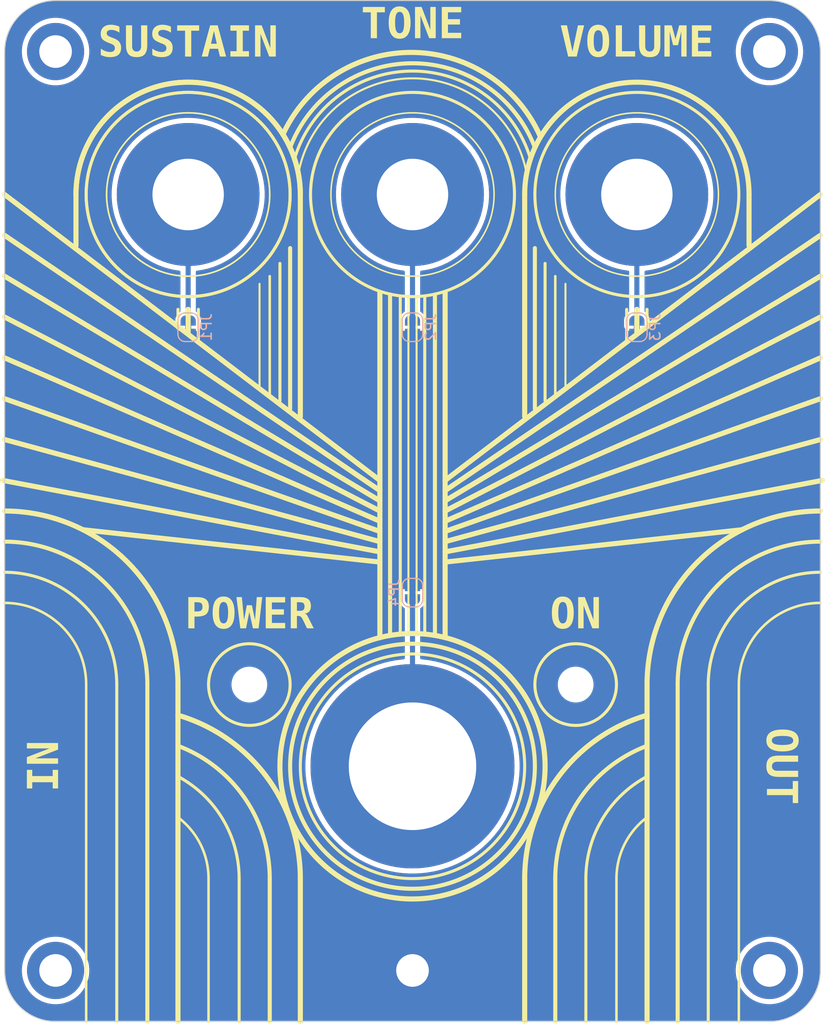
<source format=kicad_pcb>
(kicad_pcb (version 20241229) (generator "pcbnew") (generator_version "9.0")
  (layers (0 "F.Cu" signal) (2 "B.Cu" signal) (13 "F.Paste" user) (15 "B.Paste" user) (5 "F.SilkS" user "F.Silkscreen") (7 "B.SilkS" user "B.Silkscreen") (1 "F.Mask" user) (3 "B.Mask" user) (25 "Edge.Cuts" user))
  (net 0 "")
  (net 1 "Net-(JP1-B)")
  (net 2 "Net-(JP2-B)")
  (net 3 "Net-(JP3-B)")
  (net 4 "Net-(JP4-B)")
  (net 5 "0")
  (footprint "MountingHole:MountingHole_3mm" (layer "F.Cu") (at 106 117)
    (property "Reference" "H9" (hide yes))
    (property "Value" "MountingHole")
    (pad "" np_thru_hole circle (at 0 0) (size 3 3) (drill 3) (layers "*.Cu" "*.Mask"))
  )
  (footprint "MountingHole:MountingHole_3.2mm_M3_DIN965_Pad_TopBottom" (layer "F.Cu") (at 55 145)
    (property "Reference" "H3" (hide yes))
    (property "Value" "MountingHole")
    (pad "1" thru_hole circle (at 0 0) (size 3.6 3.6) (drill 3.2) (layers "*.Cu" "*.Mask"))
    (pad "1" connect circle (at 0 0) (size 5.6 5.6) (layers "F.Cu" "F.Mask"))
    (pad "1" connect circle (at 0 0) (size 5.6 5.6) (layers "B.Cu" "B.Mask"))
  )
  (footprint "pedale:plated_pot_hole" (layer "F.Cu") (at 90 69 90)
    (property "Reference" "H6" (hide yes))
    (property "Value" "MountingHole_Pad")
    (pad "1" thru_hole circle (at 0 0 90) (size 14 14) (drill 7) (layers "*.Cu" "*.Mask") (net 2 "Net-(JP2-B)"))
  )
  (footprint "pedale:plated_pot_hole" (layer "F.Cu") (at 112 69 90)
    (property "Reference" "H7" (hide yes))
    (property "Value" "MountingHole_Pad")
    (pad "1" thru_hole circle (at 0 0 90) (size 14 14) (drill 7) (layers "*.Cu" "*.Mask") (net 3 "Net-(JP3-B)"))
  )
  (footprint "MountingHole:MountingHole_3.2mm_M3_DIN965_Pad_TopBottom" (layer "F.Cu") (at 125 145)
    (property "Reference" "H4" (hide yes))
    (property "Value" "MountingHole")
    (pad "1" thru_hole circle (at 0 0) (size 3.6 3.6) (drill 3.2) (layers "*.Cu" "*.Mask"))
    (pad "1" connect circle (at 0 0) (size 5.6 5.6) (layers "F.Cu" "F.Mask"))
    (pad "1" connect circle (at 0 0) (size 5.6 5.6) (layers "B.Cu" "B.Mask"))
  )
  (footprint "pedale:plated_pot_hole" (layer "F.Cu") (at 68 69 90)
    (property "Reference" "H5" (hide yes))
    (property "Value" "MountingHole_Pad")
    (pad "1" thru_hole circle (at 0 0 90) (size 14 14) (drill 7) (layers "*.Cu" "*.Mask") (net 1 "Net-(JP1-B)"))
  )
  (footprint "pedale:plated_switch_hole" (layer "F.Cu") (at 90 125)
    (property "Reference" "H8" (hide yes))
    (property "Value" "MountingHole_Pad")
    (pad "1" thru_hole circle (at 0 0) (size 20 20) (drill 12.5) (layers "*.Cu" "*.Mask") (net 4 "Net-(JP4-B)"))
  )
  (footprint "MountingHole:MountingHole_3.2mm_M3_DIN965_Pad_TopBottom" (layer "F.Cu") (at 55 55)
    (property "Reference" "H1" (hide yes))
    (property "Value" "MountingHole")
    (pad "1" thru_hole circle (at 0 0) (size 3.6 3.6) (drill 3.2) (layers "*.Cu" "*.Mask"))
    (pad "1" connect circle (at 0 0) (size 5.6 5.6) (layers "F.Cu" "F.Mask"))
    (pad "1" connect circle (at 0 0) (size 5.6 5.6) (layers "B.Cu" "B.Mask"))
  )
  (footprint "MountingHole:MountingHole_3mm" (layer "F.Cu") (at 74 117)
    (property "Reference" "H10" (hide yes))
    (property "Value" "MountingHole")
    (pad "" np_thru_hole circle (at 0 0) (size 3 3) (drill 3) (layers "*.Cu" "*.Mask"))
  )
  (footprint "MountingHole:MountingHole_3.2mm_M3_DIN965_Pad_TopBottom" (layer "F.Cu") (at 125 55)
    (property "Reference" "H2" (hide yes))
    (property "Value" "MountingHole")
    (pad "1" thru_hole circle (at 0 0) (size 3.6 3.6) (drill 3.2) (layers "*.Cu" "*.Mask"))
    (pad "1" connect circle (at 0 0) (size 5.6 5.6) (layers "F.Cu" "F.Mask"))
    (pad "1" connect circle (at 0 0) (size 5.6 5.6) (layers "B.Cu" "B.Mask"))
  )
  (footprint "MountingHole:MountingHole_3.2mm_M3_DIN965_Pad_TopBottom" (layer "F.Cu") (at 90 145)
    (property "Reference" "H11" (hide yes))
    (property "Value" "MountingHole")
    (pad "1" thru_hole circle (at 0 0) (size 3.6 3.6) (drill 3.2) (layers "*.Cu" "*.Mask"))
    (pad "1" connect circle (at 0 0) (size 5.6 5.6) (layers "F.Cu" "F.Mask"))
    (pad "1" connect circle (at 0 0) (size 5.6 5.6) (layers "B.Cu" "B.Mask"))
  )
  (footprint "Jumper:SolderJumper-2_P1.3mm_Bridged_RoundedPad1.0x1.5mm" (layer "B.Cu") (at 68 82 90)
    (property "Reference" "JP1" (at 0 1.8 270) (layer "B.SilkS") (effects (justify mirror)))
    (property "Value" "SolderJumper_2_Bridged")
    (fp_poly (pts (xy 0.25 0.3) (xy -0.25 0.3) (xy -0.25 -0.3) (xy 0.25 -0.3)) (fill yes) (layer "B.Cu"))
    (fp_line (start 0.7 -1) (end -0.7 -1) (stroke (width 0.12)) (layer "B.SilkS"))
    (fp_line (start -1.4 -0.3) (end -1.4 0.3) (stroke (width 0.12)) (layer "B.SilkS"))
    (fp_line (start 1.4 0.3) (end 1.4 -0.3) (stroke (width 0.12)) (layer "B.SilkS"))
    (fp_line (start -0.7 1) (end 0.7 1) (stroke (width 0.12)) (layer "B.SilkS"))
    (fp_arc (start 0.7 -1) (mid 1.194975 -0.794975) (end 1.4 -0.3) (stroke (width 0.12)) (layer "B.SilkS"))
    (fp_arc (start -1.4 -0.3) (mid -1.194975 -0.794975) (end -0.7 -1) (stroke (width 0.12)) (layer "B.SilkS"))
    (fp_arc (start 1.4 0.3) (mid 1.194975 0.794975) (end 0.7 1) (stroke (width 0.12)) (layer "B.SilkS"))
    (fp_arc (start -0.7 1) (mid -1.194975 0.794975) (end -1.4 0.3) (stroke (width 0.12)) (layer "B.SilkS"))
    (pad "1" smd custom (at -0.65 0 90) (size 1 0.5) (layers "B.Cu" "B.Mask") (net 5 "0") (options (clearance outline) (anchor rect)) (primitives (gr_circle (center 0 -0.25) (end 0.5 -0.25) (width 0) (fill yes)) (gr_circle (center 0 0.25) (end 0.5 0.25) (width 0) (fill yes)) (gr_poly (pts (xy 0.5 -0.75) (xy 0 -0.75) (xy 0 0.75) (xy 0.5 0.75)) (width 0) (fill yes))))
    (pad "2" smd custom (at 0.65 0 90) (size 1 0.5) (layers "B.Cu" "B.Mask") (net 1 "Net-(JP1-B)") (options (clearance outline) (anchor rect)) (primitives (gr_circle (center 0 -0.25) (end 0.5 -0.25) (width 0) (fill yes)) (gr_circle (center 0 0.25) (end 0.5 0.25) (width 0) (fill yes)) (gr_poly (pts (xy 0 -0.75) (xy -0.5 -0.75) (xy -0.5 0.75) (xy 0 0.75)) (width 0) (fill yes))))
  )
  (footprint "Jumper:SolderJumper-2_P1.3mm_Bridged_RoundedPad1.0x1.5mm" (layer "B.Cu") (at 90 108 -90)
    (property "Reference" "JP4" (at 0 1.8 90) (layer "B.SilkS") (effects (justify mirror)))
    (property "Value" "SolderJumper_2_Bridged")
    (fp_poly (pts (xy 0.25 0.3) (xy -0.25 0.3) (xy -0.25 -0.3) (xy 0.25 -0.3)) (fill yes) (layer "B.Cu"))
    (fp_line (start -0.7 1) (end 0.7 1) (stroke (width 0.12)) (layer "B.SilkS"))
    (fp_line (start 1.4 0.3) (end 1.4 -0.3) (stroke (width 0.12)) (layer "B.SilkS"))
    (fp_line (start -1.4 -0.3) (end -1.4 0.3) (stroke (width 0.12)) (layer "B.SilkS"))
    (fp_line (start 0.7 -1) (end -0.7 -1) (stroke (width 0.12)) (layer "B.SilkS"))
    (fp_arc (start -0.7 1) (mid -1.194975 0.794975) (end -1.4 0.3) (stroke (width 0.12)) (layer "B.SilkS"))
    (fp_arc (start 1.4 0.3) (mid 1.194975 0.794975) (end 0.7 1) (stroke (width 0.12)) (layer "B.SilkS"))
    (fp_arc (start -1.4 -0.3) (mid -1.194975 -0.794975) (end -0.7 -1) (stroke (width 0.12)) (layer "B.SilkS"))
    (fp_arc (start 0.7 -1) (mid 1.194975 -0.794975) (end 1.4 -0.3) (stroke (width 0.12)) (layer "B.SilkS"))
    (pad "1" smd custom (at -0.65 0 270) (size 1 0.5) (layers "B.Cu" "B.Mask") (net 5 "0") (options (clearance outline) (anchor rect)) (primitives (gr_circle (center 0 -0.25) (end 0.5 -0.25) (width 0) (fill yes)) (gr_circle (center 0 0.25) (end 0.5 0.25) (width 0) (fill yes)) (gr_poly (pts (xy 0.5 -0.75) (xy 0 -0.75) (xy 0 0.75) (xy 0.5 0.75)) (width 0) (fill yes))))
    (pad "2" smd custom (at 0.65 0 270) (size 1 0.5) (layers "B.Cu" "B.Mask") (net 4 "Net-(JP4-B)") (options (clearance outline) (anchor rect)) (primitives (gr_circle (center 0 -0.25) (end 0.5 -0.25) (width 0) (fill yes)) (gr_circle (center 0 0.25) (end 0.5 0.25) (width 0) (fill yes)) (gr_poly (pts (xy 0 -0.75) (xy -0.5 -0.75) (xy -0.5 0.75) (xy 0 0.75)) (width 0) (fill yes))))
  )
  (footprint "Jumper:SolderJumper-2_P1.3mm_Bridged_RoundedPad1.0x1.5mm" (layer "B.Cu") (at 90 82 90)
    (property "Reference" "JP2" (at 0 1.8 270) (layer "B.SilkS") (effects (justify mirror)))
    (property "Value" "SolderJumper_2_Bridged")
    (fp_poly (pts (xy 0.25 0.3) (xy -0.25 0.3) (xy -0.25 -0.3) (xy 0.25 -0.3)) (fill yes) (layer "B.Cu"))
    (fp_line (start 0.7 -1) (end -0.7 -1) (stroke (width 0.12)) (layer "B.SilkS"))
    (fp_line (start -1.4 -0.3) (end -1.4 0.3) (stroke (width 0.12)) (layer "B.SilkS"))
    (fp_line (start 1.4 0.3) (end 1.4 -0.3) (stroke (width 0.12)) (layer "B.SilkS"))
    (fp_line (start -0.7 1) (end 0.7 1) (stroke (width 0.12)) (layer "B.SilkS"))
    (fp_arc (start 0.7 -1) (mid 1.194975 -0.794975) (end 1.4 -0.3) (stroke (width 0.12)) (layer "B.SilkS"))
    (fp_arc (start -1.4 -0.3) (mid -1.194975 -0.794975) (end -0.7 -1) (stroke (width 0.12)) (layer "B.SilkS"))
    (fp_arc (start 1.4 0.3) (mid 1.194975 0.794975) (end 0.7 1) (stroke (width 0.12)) (layer "B.SilkS"))
    (fp_arc (start -0.7 1) (mid -1.194975 0.794975) (end -1.4 0.3) (stroke (width 0.12)) (layer "B.SilkS"))
    (pad "1" smd custom (at -0.65 0 90) (size 1 0.5) (layers "B.Cu" "B.Mask") (net 5 "0") (options (clearance outline) (anchor rect)) (primitives (gr_circle (center 0 -0.25) (end 0.5 -0.25) (width 0) (fill yes)) (gr_circle (center 0 0.25) (end 0.5 0.25) (width 0) (fill yes)) (gr_poly (pts (xy 0.5 -0.75) (xy 0 -0.75) (xy 0 0.75) (xy 0.5 0.75)) (width 0) (fill yes))))
    (pad "2" smd custom (at 0.65 0 90) (size 1 0.5) (layers "B.Cu" "B.Mask") (net 2 "Net-(JP2-B)") (options (clearance outline) (anchor rect)) (primitives (gr_circle (center 0 -0.25) (end 0.5 -0.25) (width 0) (fill yes)) (gr_circle (center 0 0.25) (end 0.5 0.25) (width 0) (fill yes)) (gr_poly (pts (xy 0 -0.75) (xy -0.5 -0.75) (xy -0.5 0.75) (xy 0 0.75)) (width 0) (fill yes))))
  )
  (footprint "Jumper:SolderJumper-2_P1.3mm_Bridged_RoundedPad1.0x1.5mm" (layer "B.Cu") (at 112 82 90)
    (property "Reference" "JP3" (at 0 1.8 270) (layer "B.SilkS") (effects (justify mirror)))
    (property "Value" "SolderJumper_2_Bridged")
    (fp_poly (pts (xy 0.25 0.3) (xy -0.25 0.3) (xy -0.25 -0.3) (xy 0.25 -0.3)) (fill yes) (layer "B.Cu"))
    (fp_line (start 0.7 -1) (end -0.7 -1) (stroke (width 0.12)) (layer "B.SilkS"))
    (fp_line (start -1.4 -0.3) (end -1.4 0.3) (stroke (width 0.12)) (layer "B.SilkS"))
    (fp_line (start 1.4 0.3) (end 1.4 -0.3) (stroke (width 0.12)) (layer "B.SilkS"))
    (fp_line (start -0.7 1) (end 0.7 1) (stroke (width 0.12)) (layer "B.SilkS"))
    (fp_arc (start 0.7 -1) (mid 1.194975 -0.794975) (end 1.4 -0.3) (stroke (width 0.12)) (layer "B.SilkS"))
    (fp_arc (start -1.4 -0.3) (mid -1.194975 -0.794975) (end -0.7 -1) (stroke (width 0.12)) (layer "B.SilkS"))
    (fp_arc (start 1.4 0.3) (mid 1.194975 0.794975) (end 0.7 1) (stroke (width 0.12)) (layer "B.SilkS"))
    (fp_arc (start -0.7 1) (mid -1.194975 0.794975) (end -1.4 0.3) (stroke (width 0.12)) (layer "B.SilkS"))
    (pad "1" smd custom (at -0.65 0 90) (size 1 0.5) (layers "B.Cu" "B.Mask") (net 5 "0") (options (clearance outline) (anchor rect)) (primitives (gr_circle (center 0 -0.25) (end 0.5 -0.25) (width 0) (fill yes)) (gr_circle (center 0 0.25) (end 0.5 0.25) (width 0) (fill yes)) (gr_poly (pts (xy 0.5 -0.75) (xy 0 -0.75) (xy 0 0.75) (xy 0.5 0.75)) (width 0) (fill yes))))
    (pad "2" smd custom (at 0.65 0 90) (size 1 0.5) (layers "B.Cu" "B.Mask") (net 3 "Net-(JP3-B)") (options (clearance outline) (anchor rect)) (primitives (gr_circle (center 0 -0.25) (end 0.5 -0.25) (width 0) (fill yes)) (gr_circle (center 0 0.25) (end 0.5 0.25) (width 0) (fill yes)) (gr_poly (pts (xy 0 -0.75) (xy -0.5 -0.75) (xy -0.5 0.75) (xy 0 0.75)) (width 0) (fill yes))))
  )
  (gr_arc (start 107 136) (mid 108.61508 130.169048) (end 113 126) (stroke (width 0.3)) (layer "F.SilkS"))
  (gr_line (start 79 136) (end 79 150) (stroke (width 0.5)) (layer "F.SilkS"))
  (gr_arc (start 110 136) (mid 110.791796 132.645898) (end 113 130) (stroke (width 0.25)) (layer "F.SilkS"))
  (gr_arc (start 50 100) (mid 62.020815 104.979185) (end 67 117) (stroke (width 0.5)) (layer "F.SilkS"))
  (gr_circle (center 90 125) (end 103 125) (stroke (width 0.5)) (fill no) (layer "F.SilkS"))
  (gr_line (start 87.8 78.8) (end 87.799995 112.187507) (stroke (width 0.4)) (layer "F.SilkS"))
  (gr_arc (start 78.06772 64.227088) (mid 90.09285 56.148877) (end 102 64.4) (stroke (width 0.4)) (layer "F.SilkS"))
  (gr_arc (start 116 117) (mid 120.100505 107.100505) (end 130 103) (stroke (width 0.4)) (layer "F.SilkS"))
  (gr_line (start 92.2 78.8) (end 92.200005 112.187507) (stroke (width 0.4)) (layer "F.SilkS"))
  (gr_line (start 102 74.25) (end 102 90) (stroke (width 0.4)) (layer "F.SilkS"))
  (gr_line (start 112 80.25) (end 112 82.621622) (stroke (width 0.5)) (layer "F.SilkS"))
  (gr_arc (start 57 69) (mid 68 58) (end 79 69) (stroke (width 0.5)) (layer "F.SilkS"))
  (gr_line (start 130 69) (end 93.2 97) (stroke (width 0.5)) (layer "F.SilkS"))
  (gr_arc (start 67 130) (mid 69.208204 132.645898) (end 70 136) (stroke (width 0.25)) (layer "F.SilkS"))
  (gr_line (start 90.4 79) (end 90.4 112.006156) (stroke (width 0.2)) (layer "F.SilkS"))
  (gr_line (start 101 136) (end 101 150) (stroke (width 0.5)) (layer "F.SilkS"))
  (gr_line (start 119 117) (end 119 150) (stroke (width 0.3)) (layer "F.SilkS"))
  (gr_arc (start 104 136) (mid 106.469553 128.094306) (end 113 123) (stroke (width 0.4)) (layer "F.SilkS"))
  (gr_line (start 89.6 79) (end 89.6 112.006156) (stroke (width 0.2)) (layer "F.SilkS"))
  (gr_line (start 86.8 101) (end 50 85) (stroke (width 0.5)) (layer "F.SilkS"))
  (gr_line (start 77 75.75) (end 77 89.25) (stroke (width 0.3)) (layer "F.SilkS"))
  (gr_line (start 93.2 98) (end 130 73) (stroke (width 0.5)) (layer "F.SilkS"))
  (gr_line (start 70 136) (end 70 150) (stroke (width 0.25)) (layer "F.SilkS"))
  (gr_line (start 86.8 78.6) (end 86.8 112.4) (stroke (width 0.5)) (layer "F.SilkS"))
  (gr_arc (start 101 69) (mid 112 58) (end 123 69) (stroke (width 0.5)) (layer "F.SilkS"))
  (gr_line (start 68 80.25) (end 68 82.621622) (stroke (width 0.5)) (layer "F.SilkS"))
  (gr_line (start 67 117) (end 67 150) (stroke (width 0.5)) (layer "F.SilkS"))
  (gr_line (start 67 80.25) (end 67 81.75) (stroke (width 0.3)) (layer "F.SilkS"))
  (gr_arc (start 57 69) (mid 68 58) (end 79 69) (stroke (width 0.5)) (layer "F.SilkS"))
  (gr_line (start 86.8 103) (end 50 93) (stroke (width 0.5)) (layer "F.SilkS"))
  (gr_line (start 79 69) (end 79 90.75) (stroke (width 0.5)) (layer "F.SilkS"))
  (gr_arc (start 50 103) (mid 59.899495 107.100505) (end 64 117) (stroke (width 0.4)) (layer "F.SilkS"))
  (gr_arc (start 78.455174 65.417123) (mid 90.095509 56.912366) (end 101.6 65.6) (stroke (width 0.3)) (layer "F.SilkS"))
  (gr_arc (start 50 106) (mid 57.778175 109.221825) (end 61 117) (stroke (width 0.3)) (layer "F.SilkS"))
  (gr_line (start 86.8 100) (end 50 81) (stroke (width 0.5)) (layer "F.SilkS"))
  (gr_circle (center 112 69) (end 122 69) (stroke (width 0.3)) (fill no) (layer "F.SilkS"))
  (gr_line (start 93.2 100) (end 130 81) (stroke (width 0.5)) (layer "F.SilkS"))
  (gr_line (start 93.2 78.6) (end 93.2 112.4) (stroke (width 0.5)) (layer "F.SilkS"))
  (gr_line (start 78 74.25) (end 78 90) (stroke (width 0.4)) (layer "F.SilkS"))
  (gr_circle (center 68 69) (end 60 69) (stroke (width 0.15)) (fill no) (layer "F.SilkS"))
  (gr_line (start 116 117) (end 116 150) (stroke (width 0.4)) (layer "F.SilkS"))
  (gr_line (start 91.2 79) (end 91.2 112) (stroke (width 0.3)) (layer "F.SilkS"))
  (gr_line (start 69 80.25) (end 69 83.25) (stroke (width 0.3)) (layer "F.SilkS"))
  (gr_line (start 88.8 79) (end 88.8 112) (stroke (width 0.3)) (layer "F.SilkS"))
  (gr_arc (start 67 126) (mid 71.384921 130.169048) (end 73 136) (stroke (width 0.3)) (layer "F.SilkS"))
  (gr_arc (start 77.295455 63.118288) (mid 89.940052 55.084751) (end 102.5 63.25) (stroke (width 0.5)) (layer "F.SilkS"))
  (gr_arc (start 113 117) (mid 117.979185 104.979185) (end 130 100) (stroke (width 0.5)) (layer "F.SilkS"))
  (gr_line (start 76 77) (end 76 88.675676) (stroke (width 0.25)) (layer "F.SilkS"))
  (gr_line (start 113 80.25) (end 113 81.75) (stroke (width 0.3)) (layer "F.SilkS"))
  (gr_line (start 50 69) (end 86.8 97) (stroke (width 0.5)) (layer "F.SilkS"))
  (gr_circle (center 68 69) (end 58 69) (stroke (width 0.3)) (fill no) (layer "F.SilkS"))
  (gr_line (start 113 117) (end 113 150) (stroke (width 0.5)) (layer "F.SilkS"))
  (gr_line (start 103 75.75) (end 103 89.25) (stroke (width 0.3)) (layer "F.SilkS"))
  (gr_line (start 64 117) (end 64 150) (stroke (width 0.4)) (layer "F.SilkS"))
  (gr_line (start 93.2 99) (end 130 77) (stroke (width 0.5)) (layer "F.SilkS"))
  (gr_line (start 86.8 99) (end 50 77) (stroke (width 0.5)) (layer "F.SilkS"))
  (gr_line (start 93.2 105) (end 122.3172 101.835088) (stroke (width 0.5)) (layer "F.SilkS"))
  (gr_arc (start 67 123) (mid 73.530447 128.094306) (end 76 136) (stroke (width 0.4)) (layer "F.SilkS"))
  (gr_line (start 104 136) (end 104 150) (stroke (width 0.4)) (layer "F.SilkS"))
  (gr_line (start 58 117) (end 58 150) (stroke (width 0.25)) (layer "F.SilkS"))
  (gr_arc (start 67 120) (mid 75.666667 126) (end 79 136) (stroke (width 0.5)) (layer "F.SilkS"))
  (gr_circle (center 90 69) (end 98 69) (stroke (width 0.15)) (fill no) (layer "F.SilkS"))
  (gr_line (start 76 136) (end 76 150) (stroke (width 0.4)) (layer "F.SilkS"))
  (gr_line (start 61 117) (end 61 150) (stroke (width 0.3)) (layer "F.SilkS"))
  (gr_arc (start 122 117) (mid 124.343146 111.343146) (end 130 109) (stroke (width 0.25)) (layer "F.SilkS"))
  (gr_circle (center 68 69) (end 76 69) (stroke (width 0.15)) (fill no) (layer "F.SilkS"))
  (gr_line (start 86.8 104) (end 49.8 97) (stroke (width 0.5)) (layer "F.SilkS"))
  (gr_line (start 93.2 103) (end 130 93) (stroke (width 0.5)) (layer "F.SilkS"))
  (gr_circle (center 74 117) (end 70 117) (stroke (width 0.3)) (fill no) (layer "F.SilkS"))
  (gr_line (start 73 136) (end 73 150) (stroke (width 0.3)) (layer "F.SilkS"))
  (gr_line (start 86.8 105) (end 57.6828 101.835088) (stroke (width 0.5)) (layer "F.SilkS"))
  (gr_line (start 107 136) (end 107 150) (stroke (width 0.3)) (layer "F.SilkS"))
  (gr_line (start 57 69) (end 57 74) (stroke (width 0.5)) (layer "F.SilkS"))
  (gr_circle (center 68 69) (end 78 69) (stroke (width 0.3)) (fill no) (layer "F.SilkS"))
  (gr_arc (start 50 109) (mid 55.656854 111.343146) (end 58 117) (stroke (width 0.25)) (layer "F.SilkS"))
  (gr_line (start 105 77.75) (end 105 87.75) (stroke (width 0.2)) (layer "F.SilkS"))
  (gr_circle (center 90 125) (end 102 125) (stroke (width 0.4)) (fill no) (layer "F.SilkS"))
  (gr_circle (center 90 125) (end 101 125) (stroke (width 0.3)) (fill no) (layer "F.SilkS"))
  (gr_arc (start 101 136) (mid 104.333333 126) (end 113 120) (stroke (width 0.5)) (layer "F.SilkS"))
  (gr_line (start 75 77.75) (end 75 87.75) (stroke (width 0.2)) (layer "F.SilkS"))
  (gr_circle (center 90 69) (end 100 69) (stroke (width 0.3)) (fill no) (layer "F.SilkS"))
  (gr_line (start 104 77) (end 104 88.675676) (stroke (width 0.25)) (layer "F.SilkS"))
  (gr_arc (start 119 117) (mid 122.221825 109.221825) (end 130 106) (stroke (width 0.3)) (layer "F.SilkS"))
  (gr_line (start 101 69) (end 101 90.75) (stroke (width 0.5)) (layer "F.SilkS"))
  (gr_line (start 86.8 102) (end 50 89) (stroke (width 0.5)) (layer "F.SilkS"))
  (gr_circle (center 112 69) (end 120 69) (stroke (width 0.15)) (fill no) (layer "F.SilkS"))
  (gr_line (start 86.8 98) (end 50 73) (stroke (width 0.5)) (layer "F.SilkS"))
  (gr_line (start 93.2 102) (end 130 89) (stroke (width 0.5)) (layer "F.SilkS"))
  (gr_arc (start 78.836165 66.807104) (mid 90.098128 57.623253) (end 101.2 67) (stroke (width 0.2)) (layer "F.SilkS"))
  (gr_line (start 93.2 104) (end 130.2 97) (stroke (width 0.5)) (layer "F.SilkS"))
  (gr_line (start 123 69) (end 123 74) (stroke (width 0.5)) (layer "F.SilkS"))
  (gr_circle (center 106 117) (end 110 117) (stroke (width 0.3)) (fill no) (layer "F.SilkS"))
  (gr_line (start 122 117) (end 122 150) (stroke (width 0.25)) (layer "F.SilkS"))
  (gr_line (start 111 80.25) (end 111 83.25) (stroke (width 0.3)) (layer "F.SilkS"))
  (gr_line (start 110 136) (end 110 150) (stroke (width 0.25)) (layer "F.SilkS"))
  (gr_line (start 93.2 101) (end 130 85) (stroke (width 0.5)) (layer "F.SilkS"))
  (gr_line (start 50 55) (end 50 145) (stroke (width 0.1)) (layer "Edge.Cuts"))
  (gr_arc (start 50 55) (mid 51.464467 51.464467) (end 55 50) (stroke (width 0.1)) (layer "Edge.Cuts"))
  (gr_arc (start 125 50) (mid 128.535533 51.464467) (end 130 55) (stroke (width 0.1)) (layer "Edge.Cuts"))
  (gr_line (start 55 150) (end 125 150) (stroke (width 0.1)) (layer "Edge.Cuts"))
  (gr_line (start 130 145) (end 130 55) (stroke (width 0.1)) (layer "Edge.Cuts"))
  (gr_arc (start 55 150) (mid 51.464467 148.535533) (end 50 145) (stroke (width 0.1)) (layer "Edge.Cuts"))
  (gr_line (start 125 50) (end 55 50) (stroke (width 0.1)) (layer "Edge.Cuts"))
  (gr_arc (start 130 145) (mid 128.535533 148.535533) (end 125 150) (stroke (width 0.1)) (layer "Edge.Cuts"))
  (gr_text "SUSTAIN" (at 68 56 0) (layer "F.SilkS") (effects (font (size 3 3) (thickness 0.15) (bold yes)) (justify bottom)))
  (gr_text "IN" (at 54 125 90) (layer "F.SilkS") (effects (font (size 3 3) (thickness 0.15) (bold yes))))
  (gr_text "POWER\n" (at 74 112 0) (layer "F.SilkS") (effects (font (size 3 3) (thickness 0.15) (bold yes)) (justify bottom)))
  (gr_text "OUT\n" (at 126 125 270) (layer "F.SilkS") (effects (font (size 3 3) (thickness 0.15) (bold yes))))
  (gr_text "TONE" (at 90 54.2 0) (layer "F.SilkS") (effects (font (size 3 3) (thickness 0.15) (bold yes)) (justify bottom)))
  (gr_text "ON\n" (at 106 112 0) (layer "F.SilkS") (effects (font (size 3 3) (thickness 0.15) (bold yes)) (justify bottom)))
  (gr_text "VOLUME" (at 112 56 0) (layer "F.SilkS") (effects (font (size 3 3) (thickness 0.15) (bold yes)) (justify bottom)))
  (segment (start 68 81.35) (end 68 69) (width 0.5) (layer "B.Cu") (net 1))
  (segment (start 90 81.35) (end 90 69) (width 0.5) (layer "B.Cu") (net 2))
  (segment (start 112 81.35) (end 112 69) (width 0.5) (layer "B.Cu") (net 3))
  (segment (start 90 108.65) (end 90 125) (width 0.5) (layer "B.Cu") (net 4))
  (zone (net 5) (net_name "0") (layer "B.Cu") (connect_pads (clearance 0.5)) (min_thickness 0.25) (fill yes (thermal_gap 0.5) (thermal_bridge_width 0.5))
    (polygon (pts (xy 50 50) (xy 130.02 50) (xy 130.02 149.93) (xy 50 149.93)))
  )
)
</source>
